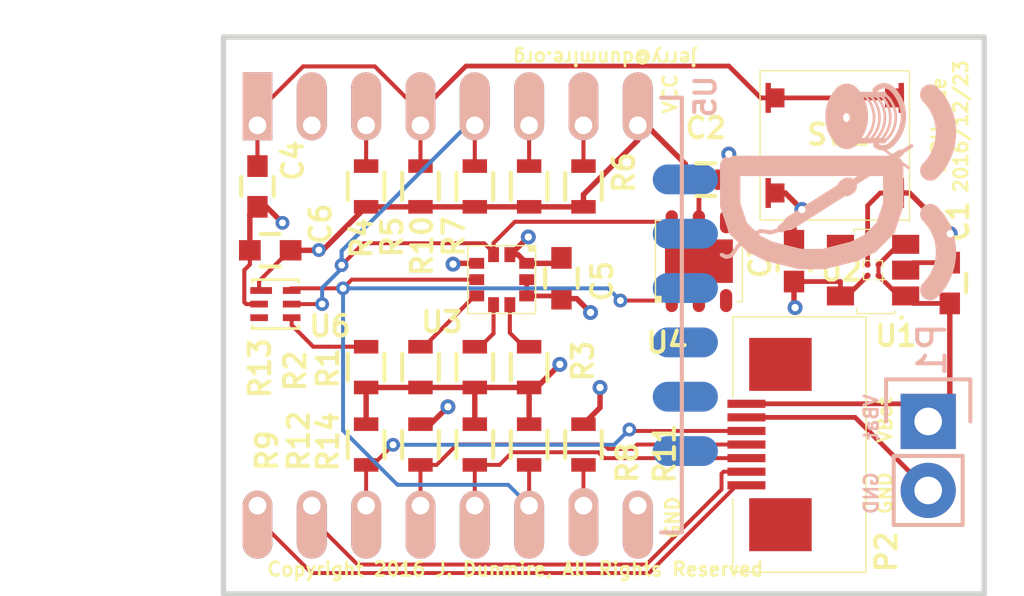
<source format=kicad_pcb>
(kicad_pcb (version 20221018) (generator pcbnew)
  (layers (0 "F.Cu" signal) (1 "In1.Cu" power "In1.Cu.GND") (2 "In2.Cu" power "In2.Cu.VCC") (31 "B.Cu" signal) (34 "B.Paste" user) (35 "F.Paste" user) (36 "B.SilkS" user "B.Silkscreen") (37 "F.SilkS" user "F.Silkscreen") (38 "B.Mask" user) (39 "F.Mask" user) (44 "Edge.Cuts" user))
  (net 0 "")
  (net 1 "GND")
  (net 2 "VCC")
  (net 3 "Net-(C4-Pad1)")
  (net 4 "/PGM")
  (net 5 "/RXD")
  (net 6 "/TXD")
  (net 7 "Net-(R1-Pad2)")
  (net 8 "Net-(R2-Pad2)")
  (net 9 "Net-(R3-Pad2)")
  (net 10 "Net-(R4-Pad2)")
  (net 11 "Net-(R6-Pad1)")
  (net 12 "Net-(R7-Pad1)")
  (net 13 "/I2C_SDA")
  (net 14 "/I2C_SCL")
  (net 15 "Net-(R11-Pad1)")
  (net 16 "Net-(R13-Pad2)")
  (net 17 "Net-(U1-Pad4)")
  (net 18 "Net-(U5-Pad2)")
  (net 19 "Net-(U5-Pad17)")
  (net 20 "Net-(U5-Pad18)")
  (net 21 "Net-(U5-Pad19)")
  (net 22 "Net-(U5-Pad20)")
  (net 23 "Net-(U5-Pad21)")
  (net 24 "Net-(U5-Pad22)")
  (net 25 "Net-(U6-Pad3)")
  (net 26 "/VBat")
  (net 27 "/CTRL")
  (net 28 "/CHRG")
  (footprint "Capacitors_SMD:C_0603" (layer "F.Cu") (at 157.235 89.555 90)
    (fp_text reference "C1" (at 2.265 0.305 90) (layer "F.SilkS") (effects (font (size 0.75 0.75))))
    (fp_text value "1 uF")
    (pad "1" smd rect (at -0.75 0 90) (size 0.8 0.75) (layers "F.Cu" "F.Paste" "F.Mask") (net 26 "/VBat"))
    (pad "2" smd rect (at 0.75 0 90) (size 0.8 0.75) (layers "F.Cu" "F.Paste" "F.Mask") (net 1 "GND"))
  )
  (footprint "Capacitors_SMD:C_0603" (layer "F.Cu") (at 148.25 85.75)
    (fp_text reference "C2" (at 0 -1.9) (layer "F.SilkS") (effects (font (size 0.75 0.75))))
    (fp_text value "0.1 uF")
    (pad "1" smd rect (at -0.75 0) (size 0.8 0.75) (layers "F.Cu" "F.Paste" "F.Mask") (net 2 "VCC"))
    (pad "2" smd rect (at 0.75 0) (size 0.8 0.75) (layers "F.Cu" "F.Paste" "F.Mask") (net 1 "GND"))
  )
  (footprint "Capacitors_SMD:C_0603" (layer "F.Cu") (at 151.5 88.75 90)
    (fp_text reference "C3" (at 0.115 -1.245 90) (layer "F.SilkS") (effects (font (size 0.75 0.75))))
    (fp_text value "1 uF")
    (pad "1" smd rect (at -0.75 0 90) (size 0.8 0.75) (layers "F.Cu" "F.Paste" "F.Mask") (net 2 "VCC"))
    (pad "2" smd rect (at 0.75 0 90) (size 0.8 0.75) (layers "F.Cu" "F.Paste" "F.Mask") (net 1 "GND"))
  )
  (footprint "Capacitors_SMD:C_0603" (layer "F.Cu") (at 131.75 86 -90)
    (fp_text reference "C4" (at -0.95 -1.3 270) (layer "F.SilkS") (effects (font (size 0.75 0.75))))
    (fp_text value "0.1 uF")
    (pad "1" smd rect (at -0.75 0 270) (size 0.8 0.75) (layers "F.Cu" "F.Paste" "F.Mask") (net 3 "Net-(C4-Pad1)"))
    (pad "2" smd rect (at 0.75 0 270) (size 0.8 0.75) (layers "F.Cu" "F.Paste" "F.Mask") (net 1 "GND"))
  )
  (footprint "Capacitors_SMD:C_0603" (layer "F.Cu") (at 142.94 89.38 -90)
    (fp_text reference "C5" (at 0.11 -1.5 270) (layer "F.SilkS") (effects (font (size 0.75 0.75))))
    (fp_text value "0.1 uF")
    (pad "1" smd rect (at -0.75 0 270) (size 0.8 0.75) (layers "F.Cu" "F.Paste" "F.Mask") (net 2 "VCC"))
    (pad "2" smd rect (at 0.75 0 270) (size 0.8 0.75) (layers "F.Cu" "F.Paste" "F.Mask") (net 1 "GND"))
  )
  (footprint "Capacitors_SMD:C_0603" (layer "F.Cu") (at 132.22 88.35 180)
    (fp_text reference "C6" (at -1.85 0.97 270) (layer "F.SilkS") (effects (font (size 0.75 0.75))))
    (fp_text value "0.1 uF")
    (pad "1" smd rect (at -0.75 0 180) (size 0.8 0.75) (layers "F.Cu" "F.Paste" "F.Mask") (net 2 "VCC"))
    (pad "2" smd rect (at 0.75 0 180) (size 0.8 0.75) (layers "F.Cu" "F.Paste" "F.Mask") (net 1 "GND"))
  )
  (footprint "Resistors_SMD:R_0603" (layer "F.Cu") (at 139.75 92.65 90)
    (fp_text reference "R1" (at -0.04 -5.41 90) (layer "F.SilkS") (effects (font (size 0.75 0.75))))
    (fp_text value "4.7k")
    (pad "1" smd rect (at -0.75 0 90) (size 0.5 0.9) (layers "F.Cu" "F.Paste" "F.Mask") (net 2 "VCC"))
    (pad "2" smd rect (at 0.75 0 90) (size 0.5 0.9) (layers "F.Cu" "F.Paste" "F.Mask") (net 7 "Net-(R1-Pad2)"))
  )
  (footprint "Resistors_SMD:R_0603" (layer "F.Cu") (at 137.75 92.65 90)
    (fp_text reference "R2" (at -0.14 -4.61 90) (layer "F.SilkS") (effects (font (size 0.75 0.75))))
    (fp_text value "4.7k")
    (pad "1" smd rect (at -0.75 0 90) (size 0.5 0.9) (layers "F.Cu" "F.Paste" "F.Mask") (net 2 "VCC"))
    (pad "2" smd rect (at 0.75 0 90) (size 0.5 0.9) (layers "F.Cu" "F.Paste" "F.Mask") (net 8 "Net-(R2-Pad2)"))
  )
  (footprint "Resistors_SMD:R_0603" (layer "F.Cu") (at 141.75 92.65 90)
    (fp_text reference "R3" (at 0.22 1.98 90) (layer "F.SilkS") (effects (font (size 0.75 0.75))))
    (fp_text value "4.7k")
    (pad "1" smd rect (at -0.75 0 90) (size 0.5 0.9) (layers "F.Cu" "F.Paste" "F.Mask") (net 2 "VCC"))
    (pad "2" smd rect (at 0.75 0 90) (size 0.5 0.9) (layers "F.Cu" "F.Paste" "F.Mask") (net 9 "Net-(R3-Pad2)"))
  )
  (footprint "Resistors_SMD:R_0603" (layer "F.Cu") (at 135.75 86 90)
    (fp_text reference "R4" (at -1.9 -0.17 90) (layer "F.SilkS") (effects (font (size 0.75 0.75))))
    (fp_text value "4.7k")
    (pad "1" smd rect (at -0.75 0 90) (size 0.5 0.9) (layers "F.Cu" "F.Paste" "F.Mask") (net 2 "VCC"))
    (pad "2" smd rect (at 0.75 0 90) (size 0.5 0.9) (layers "F.Cu" "F.Paste" "F.Mask") (net 10 "Net-(R4-Pad2)"))
  )
  (footprint "Resistors_SMD:R_0603" (layer "F.Cu") (at 137.75 86 90)
    (fp_text reference "R5" (at -1.86 -1.04 90) (layer "F.SilkS") (effects (font (size 0.75 0.75))))
    (fp_text value "10k")
    (pad "1" smd rect (at -0.75 0 90) (size 0.5 0.9) (layers "F.Cu" "F.Paste" "F.Mask") (net 2 "VCC"))
    (pad "2" smd rect (at 0.75 0 90) (size 0.5 0.9) (layers "F.Cu" "F.Paste" "F.Mask") (net 3 "Net-(C4-Pad1)"))
  )
  (footprint "Resistors_SMD:R_0603" (layer "F.Cu") (at 143.75 86 -90)
    (fp_text reference "R6" (at -0.51 -1.49 270) (layer "F.SilkS") (effects (font (size 0.75 0.75))))
    (fp_text value "10k")
    (pad "1" smd rect (at -0.75 0 270) (size 0.5 0.9) (layers "F.Cu" "F.Paste" "F.Mask") (net 11 "Net-(R6-Pad1)"))
    (pad "2" smd rect (at 0.75 0 270) (size 0.5 0.9) (layers "F.Cu" "F.Paste" "F.Mask") (net 2 "VCC"))
  )
  (footprint "Resistors_SMD:R_0603" (layer "F.Cu") (at 141.75 86 -90)
    (fp_text reference "R7" (at 1.84 2.78 270) (layer "F.SilkS") (effects (font (size 0.75 0.75))))
    (fp_text value "10k")
    (pad "1" smd rect (at -0.75 0 270) (size 0.5 0.9) (layers "F.Cu" "F.Paste" "F.Mask") (net 12 "Net-(R7-Pad1)"))
    (pad "2" smd rect (at 0.75 0 270) (size 0.5 0.9) (layers "F.Cu" "F.Paste" "F.Mask") (net 2 "VCC"))
  )
  (footprint "Resistors_SMD:R_0603" (layer "F.Cu") (at 141.75 95.5 -90)
    (fp_text reference "R8" (at 0.67 -3.62 270) (layer "F.SilkS") (effects (font (size 0.75 0.75))))
    (fp_text value "4.7k")
    (pad "1" smd rect (at -0.75 0 270) (size 0.5 0.9) (layers "F.Cu" "F.Paste" "F.Mask") (net 2 "VCC"))
    (pad "2" smd rect (at 0.75 0 270) (size 0.5 0.9) (layers "F.Cu" "F.Paste" "F.Mask") (net 13 "/I2C_SDA"))
  )
  (footprint "Resistors_SMD:R_0603" (layer "F.Cu") (at 135.75 95.5 -90)
    (fp_text reference "R9" (at 0.22 3.65 270) (layer "F.SilkS") (effects (font (size 0.75 0.75))))
    (fp_text value "10k")
    (pad "1" smd rect (at -0.75 0 270) (size 0.5 0.9) (layers "F.Cu" "F.Paste" "F.Mask") (net 2 "VCC"))
    (pad "2" smd rect (at 0.75 0 270) (size 0.5 0.9) (layers "F.Cu" "F.Paste" "F.Mask") (net 28 "/CHRG"))
  )
  (footprint "Resistors_SMD:R_0603" (layer "F.Cu") (at 139.75 86 90)
    (fp_text reference "R10" (at -2.19 -1.94 90) (layer "F.SilkS") (effects (font (size 0.75 0.75))))
    (fp_text value "4.7k")
    (pad "1" smd rect (at -0.75 0 90) (size 0.5 0.9) (layers "F.Cu" "F.Paste" "F.Mask") (net 2 "VCC"))
    (pad "2" smd rect (at 0.75 0 90) (size 0.5 0.9) (layers "F.Cu" "F.Paste" "F.Mask") (net 14 "/I2C_SCL"))
  )
  (footprint "Resistors_SMD:R_0603" (layer "F.Cu") (at 143.75 95.5 90)
    (fp_text reference "R11" (at -0.33 2.99 90) (layer "F.SilkS") (effects (font (size 0.75 0.75))))
    (fp_text value "4.7k")
    (pad "1" smd rect (at -0.75 0 90) (size 0.5 0.9) (layers "F.Cu" "F.Paste" "F.Mask") (net 15 "Net-(R11-Pad1)"))
    (pad "2" smd rect (at 0.75 0 90) (size 0.5 0.9) (layers "F.Cu" "F.Paste" "F.Mask") (net 1 "GND"))
  )
  (footprint "Resistors_SMD:R_0603" (layer "F.Cu") (at 137.75 95.5 90)
    (fp_text reference "R12" (at 0.13 -4.48 90) (layer "F.SilkS") (effects (font (size 0.75 0.75))))
    (fp_text value "10k")
    (pad "1" smd rect (at -0.75 0 90) (size 0.5 0.9) (layers "F.Cu" "F.Paste" "F.Mask") (net 27 "/CTRL"))
    (pad "2" smd rect (at 0.75 0 90) (size 0.5 0.9) (layers "F.Cu" "F.Paste" "F.Mask") (net 1 "GND"))
  )
  (footprint "Resistors_SMD:R_0603" (layer "F.Cu") (at 135.75 92.65 90)
    (fp_text reference "R13" (at -0.04 -3.91 90) (layer "F.SilkS") (effects (font (size 0.75 0.75))))
    (fp_text value "4.7k")
    (pad "1" smd rect (at -0.75 0 90) (size 0.5 0.9) (layers "F.Cu" "F.Paste" "F.Mask") (net 2 "VCC"))
    (pad "2" smd rect (at 0.75 0 90) (size 0.5 0.9) (layers "F.Cu" "F.Paste" "F.Mask") (net 16 "Net-(R13-Pad2)"))
  )
  (footprint "Resistors_SMD:R_0603" (layer "F.Cu") (at 139.75 95.5 -90)
    (fp_text reference "R14" (at -0.11 5.41 270) (layer "F.SilkS") (effects (font (size 0.75 0.75))))
    (fp_text value "4.7k")
    (pad "1" smd rect (at -0.75 0 270) (size 0.5 0.9) (layers "F.Cu" "F.Paste" "F.Mask") (net 2 "VCC"))
    (pad "2" smd rect (at 0.75 0 270) (size 0.5 0.9) (layers "F.Cu" "F.Paste" "F.Mask") (net 4 "/PGM"))
  )
  (footprint "rockingdlabs:ESwitch-SMD-4" (layer "F.Cu") (at 153 84.49 180)
    (fp_text reference "SW1" (at -0.14 0.4 180) (layer "F.SilkS") (effects (font (size 0.75 0.75))))
    (fp_text value "Reset")
    (pad "1" smd rect (at -2.45 -1.75 180) (size 0.2 1.1) (layers "F.Cu" "F.Paste" "F.Mask") (net 1 "GND"))
    (pad "1" smd rect (at -2.2 -1.75 180) (size 0.7 0.7) (layers "F.Cu" "F.Paste" "F.Mask") (net 1 "GND"))
    (pad "1" smd rect (at 2.2 -1.75 180) (size 0.7 0.7) (layers "F.Cu" "F.Paste" "F.Mask") (net 1 "GND"))
    (pad "1" smd rect (at 2.45 -1.75 180) (size 0.2 1.1) (layers "F.Cu" "F.Paste" "F.Mask") (net 1 "GND"))
    (pad "2" smd rect (at -2.45 1.75 180) (size 0.2 1.1) (layers "F.Cu" "F.Paste" "F.Mask") (net 3 "Net-(C4-Pad1)"))
    (pad "2" smd rect (at -2.2 1.75 180) (size 0.7 0.7) (layers "F.Cu" "F.Paste" "F.Mask") (net 3 "Net-(C4-Pad1)"))
    (pad "2" smd rect (at 2.2 1.75 180) (size 0.7 0.7) (layers "F.Cu" "F.Paste" "F.Mask") (net 3 "Net-(C4-Pad1)"))
    (pad "2" smd rect (at 2.45 1.75 180) (size 0.2 1.1) (layers "F.Cu" "F.Paste" "F.Mask") (net 3 "Net-(C4-Pad1)"))
  )
  (footprint "rockingdlabs:NCP703-TSOP-5" (layer "F.Cu") (at 154.41 89.08 -90)
    (fp_text reference "U1" (at 2.42 -0.84) (layer "F.SilkS") (effects (font (size 0.75 0.75))))
    (fp_text value "NCP703")
    (pad "1" smd rect (at 0.95 -1.2 270) (size 0.7 1) (layers "F.Cu" "F.Paste" "F.Mask") (net 26 "/VBat"))
    (pad "2" smd rect (at 0 -1.2 270) (size 0.7 1) (layers "F.Cu" "F.Paste" "F.Mask") (net 1 "GND"))
    (pad "3" smd rect (at -0.95 -1.2 270) (size 0.7 1) (layers "F.Cu" "F.Paste" "F.Mask") (net 26 "/VBat"))
    (pad "4" smd rect (at -0.95 1.2 270) (size 0.7 1) (layers "F.Cu" "F.Paste" "F.Mask") (net 17 "Net-(U1-Pad4)"))
    (pad "5" smd rect (at 0.95 1.2 270) (size 0.7 1) (layers "F.Cu" "F.Paste" "F.Mask") (net 2 "VCC"))
  )
  (footprint "rockingdlabs:LD39130S-FlipChip-4" (layer "F.Cu") (at 154.41 89.08 180)
    (fp_text reference "U2" (at 1.17 -0.01 180) (layer "F.SilkS") (effects (font (size 0.75 0.75))))
    (fp_text value "LD39130S")
    (pad "A1" smd circle (at -0.2 -0.2 180) (size 0.22 0.22) (layers "F.Cu" "F.Paste" "F.Mask") (net 26 "/VBat"))
    (pad "A2" smd circle (at 0.2 -0.2 180) (size 0.22 0.22) (layers "F.Cu" "F.Paste" "F.Mask") (net 2 "VCC"))
    (pad "B1" smd circle (at -0.2 0.2 180) (size 0.22 0.22) (layers "F.Cu" "F.Paste" "F.Mask") (net 26 "/VBat"))
    (pad "B2" smd circle (at 0.2 0.2 180) (size 0.22 0.22) (layers "F.Cu" "F.Paste" "F.Mask") (net 1 "GND"))
  )
  (footprint "rockingdlabs:LPS25HB-HLGA-10L-2.5x2.5mm" (layer "F.Cu") (at 140.74 89.43 -90)
    (fp_text reference "U3" (at 1.56 2.2) (layer "F.SilkS") (effects (font (size 0.75 0.75))))
    (fp_text value "LPS25HB")
    (pad "1" smd rect (at -0.92 -0.3 270) (size 0.55 0.4) (layers "F.Cu" "F.Paste" "F.Mask") (net 2 "VCC"))
    (pad "2" smd rect (at -0.92 0.3 270) (size 0.55 0.4) (layers "F.Cu" "F.Paste" "F.Mask") (net 14 "/I2C_SCL"))
    (pad "3" smd rect (at -0.6 0.92 270) (size 0.4 0.55) (layers "F.Cu" "F.Paste" "F.Mask") (net 1 "GND"))
    (pad "4" smd rect (at 0 0.92 270) (size 0.4 0.55) (layers "F.Cu" "F.Paste" "F.Mask") (net 13 "/I2C_SDA"))
    (pad "5" smd rect (at 0.6 0.92 270) (size 0.4 0.55) (layers "F.Cu" "F.Paste" "F.Mask") (net 8 "Net-(R2-Pad2)"))
    (pad "6" smd rect (at 0.92 0.3 270) (size 0.55 0.4) (layers "F.Cu" "F.Paste" "F.Mask") (net 7 "Net-(R1-Pad2)"))
    (pad "7" smd rect (at 0.92 -0.3 270) (size 0.55 0.4) (layers "F.Cu" "F.Paste" "F.Mask") (net 9 "Net-(R3-Pad2)"))
    (pad "8" smd rect (at 0.6 -0.92 270) (size 0.4 0.55) (layers "F.Cu" "F.Paste" "F.Mask") (net 1 "GND"))
    (pad "9" smd rect (at 0 -0.92 270) (size 0.4 0.55) (layers "F.Cu" "F.Paste" "F.Mask") (net 1 "GND"))
    (pad "10" smd rect (at -0.6 -0.92 270) (size 0.4 0.55) (layers "F.Cu" "F.Paste" "F.Mask") (net 2 "VCC"))
  )
  (footprint "rockingdlabs:Si7006_A20-DFN-6" (layer "F.Cu") (at 148 88.75 90)
    (fp_text reference "U4" (at -3 -1.17 180) (layer "F.SilkS") (effects (font (size 0.75 0.75))))
    (fp_text value "Si7006-A20")
    (pad "" smd rect (at 0 0 90) (size 1.6 2.5) (layers "F.Cu" "F.Paste" "F.Mask"))
    (pad "1" smd oval (at -1.45 -1 90) (size 0.85 0.45) (layers "F.Cu" "F.Paste" "F.Mask") (net 13 "/I2C_SDA"))
    (pad "2" smd oval (at -1.45 0 90) (size 0.85 0.45) (layers "F.Cu" "F.Paste" "F.Mask"))
    (pad "3" smd oval (at -1.45 1 90) (size 0.85 0.45) (layers "F.Cu" "F.Paste" "F.Mask"))
    (pad "4" smd oval (at 1.45 1 90) (size 0.85 0.45) (layers "F.Cu" "F.Paste" "F.Mask") (net 1 "GND"))
    (pad "5" smd oval (at 1.45 0 90) (size 0.85 0.45) (layers "F.Cu" "F.Paste" "F.Mask") (net 2 "VCC"))
    (pad "6" smd oval (at 1.45 -1 90) (size 0.85 0.45) (layers "F.Cu" "F.Paste" "F.Mask") (net 14 "/I2C_SCL"))
  )
  (footprint "rockingdlabs:ISL29035-DFN-6-1.5x1.6mm_Pitch0.5mm" (layer "F.Cu") (at 132.41 90.33)
    (fp_text reference "U6" (at 2.01 0.81) (layer "F.SilkS") (effects (font (size 0.75 0.75))))
    (fp_text value "ISL29035")
    (pad "1" smd rect (at -0.6 -0.5) (size 0.8 0.25) (drill (offset 0.075 0)) (layers "F.Cu" "F.Paste" "F.Mask") (net 2 "VCC"))
    (pad "2" smd rect (at -0.6 0) (size 0.65 0.25) (layers "F.Cu" "F.Paste" "F.Mask") (net 1 "GND"))
    (pad "3" smd rect (at -0.6 0.5) (size 0.65 0.25) (layers "F.Cu" "F.Paste" "F.Mask") (net 25 "Net-(U6-Pad3)"))
    (pad "4" smd rect (at 0.6 0.5) (size 0.65 0.25) (layers "F.Cu" "F.Paste" "F.Mask") (net 16 "Net-(R13-Pad2)"))
    (pad "5" smd rect (at 0.6 0) (size 0.65 0.25) (layers "F.Cu" "F.Paste" "F.Mask") (net 14 "/I2C_SCL"))
    (pad "6" smd rect (at 0.6 -0.5) (size 0.65 0.25) (layers "F.Cu" "F.Paste" "F.Mask") (net 13 "/I2C_SDA"))
  )
  (footprint "rockingdlabs:FPC_conn-7_8x4.9mm_Pitch0.5mm" (layer "F.Cu") (at 151.5 95.5 90)
    (fp_text reference "P2" (at -3.95 3.4 90) (layer "F.SilkS") (effects (font (size 0.75 0.75))))
    (fp_text value "CONN_01X07")
    (pad "" smd rect (at -2.95 -0.5 90) (size 1.95 2.3) (layers "F.Cu" "F.Paste" "F.Mask"))
    (pad "" smd rect (at 2.95 -0.5 90) (size 1.95 2.3) (layers "F.Cu" "F.Paste" "F.Mask"))
    (pad "1" smd rect (at -1.5 -1.75 90) (size 0.3 1.4) (layers "F.Cu" "F.Paste" "F.Mask") (net 6 "/TXD"))
    (pad "2" smd rect (at -1 -1.75 90) (size 0.3 1.4) (layers "F.Cu" "F.Paste" "F.Mask") (net 5 "/RXD"))
    (pad "3" smd rect (at -0.5 -1.75 90) (size 0.3 1.4) (layers "F.Cu" "F.Paste" "F.Mask") (net 4 "/PGM"))
    (pad "4" smd rect (at 0 -1.75 90) (size 0.3 1.4) (layers "F.Cu" "F.Paste" "F.Mask") (net 27 "/CTRL"))
    (pad "5" smd rect (at 0.5 -1.75 90) (size 0.3 1.4) (layers "F.Cu" "F.Paste" "F.Mask") (net 28 "/CHRG"))
    (pad "6" smd rect (at 1 -1.75 90) (size 0.3 1.4) (layers "F.Cu" "F.Paste" "F.Mask") (net 1 "GND"))
    (pad "7" smd rect (at 1.5 -1.75 90) (size 0.3 1.4) (layers "F.Cu" "F.Paste" "F.Mask") (net 26 "/VBat"))
  )
  (footprint "Pin_Headers:Pin_Header_Straight_1x02" (layer "B.Cu") (at 156.44 94.65 180)
    (fp_text reference "P1" (at -0.14 2.64 270) (layer "B.SilkS") (effects (justify mirror)))
    (fp_text value "Bat")
    (pad "1" thru_hole rect (at 0 0 180) (size 2.032 2.032) (drill 1.016) (layers "*.Cu" "*.Mask") (net 26 "/VBat"))
    (pad "2" thru_hole oval (at 0 -2.54 180) (size 2.032 2.032) (drill 1.016) (layers "*.Cu" "*.Mask") (net 1 "GND"))
  )
  (footprint "ESP8266:ESP-12E" (layer "B.Cu") (at 131.75 83.75 -90)
    (fp_text reference "U5" (at -1.06 -16.49 270) (layer "B.SilkS") (effects (font (size 0.75 0.75)) (justify mirror)))
    (fp_text value "ESP-12E")
    (pad "1" thru_hole rect (at 0 0 270) (size 2.5 1.1) (drill 0.65 (offset -0.7 0)) (layers "*.Cu" "*.Mask" "B.SilkS") (net 3 "Net-(C4-Pad1)"))
    (pad "2" thru_hole oval (at 0 -2 270) (size 2.5 1.1) (drill 0.65 (offset -0.7 0)) (layers "*.Cu" "*.Mask" "B.SilkS") (net 18 "Net-(U5-Pad2)"))
    (pad "3" thru_hole oval (at 0 -4 270) (size 2.5 1.1) (drill 0.65 (offset -0.7 0)) (layers "*.Cu" "*.Mask" "B.SilkS") (net 10 "Net-(R4-Pad2)"))
    (pad "4" thru_hole oval (at 0 -6 270) (size 2.5 1.1) (drill 0.65 (offset -0.7 0)) (layers "*.Cu" "*.Mask" "B.SilkS") (net 3 "Net-(C4-Pad1)"))
    (pad "5" thru_hole oval (at 0 -8 270) (size 2.5 1.1) (drill 0.65 (offset -0.7 0)) (layers "*.Cu" "*.Mask" "B.SilkS") (net 14 "/I2C_SCL"))
    (pad "6" thru_hole oval (at 0 -10 270) (size 2.5 1.1) (drill 0.65 (offset -0.7 0)) (layers "*.Cu" "*.Mask" "B.SilkS") (net 12 "Net-(R7-Pad1)"))
    (pad "7" thru_hole oval (at 0 -12 270) (size 2.5 1.1) (drill 0.65 (offset -0.7 0)) (layers "*.Cu" "*.Mask" "B.SilkS") (net 11 "Net-(R6-Pad1)"))
    (pad "8" thru_hole oval (at 0 -14 270) (size 2.5 1.1) (drill 0.65 (offset -0.7 0)) (layers "*.Cu" "*.Mask" "B.SilkS") (net 2 "VCC"))
    (pad "9" thru_hole oval (at 14 -14 270) (size 2.5 1.1) (drill 0.65 (offset 0.7 0)) (layers "*.Cu" "*.Mask" "B.SilkS") (net 1 "GND"))
    (pad "10" thru_hole oval (at 14 -12 270) (size 2.5 1.1) (drill 0.65 (offset 0.6 0)) (layers "*.Cu" "*.Mask" "B.SilkS") (net 15 "Net-(R11-Pad1)"))
    (pad "11" thru_hole oval (at 14 -10 270) (size 2.5 1.1) (drill 0.65 (offset 0.7 0)) (layers "*.Cu" "*.Mask" "B.SilkS") (net 13 "/I2C_SDA"))
    (pad "12" thru_hole oval (at 14 -8 270) (size 2.5 1.1) (drill 0.65 (offset 0.7 0)) (layers "*.Cu" "*.Mask" "B.SilkS") (net 4 "/PGM"))
    (pad "13" thru_hole oval (at 14 -6 270) (size 2.5 1.1) (drill 0.65 (offset 0.7 0)) (layers "*.Cu" "*.Mask" "B.SilkS") (net 27 "/CTRL"))
    (pad "14" thru_hole oval (at 14 -4 270) (size 2.5 1.1) (drill 0.65 (offset 0.7 0)) (layers "*.Cu" "*.Mask" "B.SilkS") (net 28 "/CHRG"))
    (pad "15" thru_hole oval (at 14 -2 270) (size 2.5 1.1) (drill 0.65 (offset 0.7 0)) (layers "*.Cu" "*.Mask" "B.SilkS") (net 5 "/RXD"))
    (pad "16" thru_hole oval (at 14 0 270) (size 2.5 1.1) (drill 0.65 (offset 0.7 0)) (layers "*.Cu" "*.Mask" "B.SilkS") (net 6 "/TXD"))
    (pad "17" smd oval (at 1.99 -15.75 180) (size 2.4 1.1) (layers "B.Cu" "B.Paste" "B.Mask") (net 19 "Net-(U5-Pad17)"))
    (pad "18" smd oval (at 3.99 -15.75 180) (size 2.4 1.1) (layers "B.Cu" "B.Paste" "B.Mask") (net 20 "Net-(U5-Pad18)"))
    (pad "19" smd oval (at 5.99 -15.75 180) (size 2.4 1.1) (layers "B.Cu" "B.Paste" "B.Mask") (net 21 "Net-(U5-Pad19)"))
    (pad "20" smd oval (at 7.99 -15.75 180) (size 2.4 1.1) (layers "B.Cu" "B.Paste" "B.Mask") (net 22 "Net-(U5-Pad20)"))
    (pad "21" smd oval (at 9.99 -15.75 180) (size 2.4 1.1) (layers "B.Cu" "B.Paste" "B.Mask") (net 23 "Net-(U5-Pad21)"))
    (pad "22" smd oval (at 11.99 -15.75 180) (size 2.4 1.1) (layers "B.Cu" "B.Paste" "B.Mask") (net 24 "Net-(U5-Pad22)"))
  )
  (footprint "rockingDLogos:RockingDLogo_9x7" (layer "B.Cu") (at 157.44 86.19 -90)
    (fp_text reference "Ref**" hide)
    (fp_text value "RockingDLogo_9x7")
    (fp_text user "D" (at 0.625 5.025 270) (layer "B.SilkS") (effects (font (size 6 6) (thickness 0.75)) (justify mirror)))
  )
  (gr_line (start 158.5 101) (end 158.5 80.5) (stroke (width 0.2)) (layer "Edge.Cuts"))
  (gr_line (start 130.5 80.5) (end 130.5 101) (stroke (width 0.2)) (layer "Edge.Cuts"))
  (gr_line (start 130.5 101) (end 158.5 101) (stroke (width 0.2)) (layer "Edge.Cuts"))
  (gr_line (start 158.5 80.5) (end 130.5 80.5) (stroke (width 0.2)) (layer "Edge.Cuts"))
  (gr_text "VBat" (at 154.34 94.49 90) (layer "B.SilkS") (effects (font (size 0.5 0.5) (thickness 0.1)) (justify mirror)))
  (gr_text "GND" (at 154.34 97.29 90) (layer "B.SilkS") (effects (font (size 0.5 0.5) (thickness 0.1)) (justify mirror)))
  (gr_text "VCC" (at 146.94 82.59 90) (layer "F.SilkS") (effects (font (size 0.5 0.5) (thickness 0.1))))
  (gr_text "jerry@dunmire.org" (at 144.54 81.29 180) (layer "F.SilkS") (effects (font (size 0.5 0.5) (thickness 0.1))))
  (gr_text "GND" (at 154.85 97.29 90) (layer "F.SilkS") (effects (font (size 0.5 0.5) (thickness 0.1))))
  (gr_text "TLPHnode\n2016/12/23" (at 157.24 83.79 90) (layer "F.SilkS") (effects (font (size 0.5 0.5) (thickness 0.1))))
  (gr_text "Copyright 2016 J. Dunmire, All Rights Reserved" (at 141.24 100.09) (layer "F.SilkS") (effects (font (size 0.5 0.5) (thickness 0.1))))
  (gr_text "VBat" (at 154.85 94.59 90) (layer "F.SilkS") (effects (font (size 0.5 0.5) (thickness 0.1))))
  (gr_text "GND" (at 147.04 98.19 90) (layer "F.SilkS") (effects (font (size 0.5 0.5) (thickness 0.1))))
  (segment (start 138.12 94.75) (end 138.76 94.11) (width 0.2) (layer "F.Cu") (net 1))
  (segment (start 142.94 90.13) (end 143.5 90.13) (width 0.2) (layer "F.Cu") (net 1))
  (segment (start 157.235 88.805) (end 157.235 87.755) (width 0.2) (layer "F.Cu") (net 1))
  (segment (start 153.75 94.5) (end 156.44 97.19) (width 0.175) (layer "F.Cu") (net 1))
  (segment (start 149 84.91) (end 149.1 84.81) (width 0.2) (layer "F.Cu") (net 1))
  (segment (start 131.47 88.35) (end 131.47 88.875) (width 0.15) (layer "F.Cu") (net 1))
  (segment (start 138.98 88.83) (end 138.95 88.86) (width 0.2) (layer "F.Cu") (net 1))
  (segment (start 131.265219 90.260219) (end 131.335 90.33) (width 0.15) (layer "F.Cu") (net 1))
  (segment (start 144.36 94.14) (end 144.36 93.4) (width 0.2) (layer "F.Cu") (net 1))
  (segment (start 131.47 87.03) (end 131.75 86.75) (width 0.2) (layer "F.Cu") (net 1))
  (segment (start 155.885 88.805) (end 155.61 89.08) (width 0.175) (layer "F.Cu") (net 1))
  (segment (start 143.5 90.13) (end 144.01 90.64) (width 0.2) (layer "F.Cu") (net 1))
  (segment (start 157.235 88.805) (end 155.885 88.805) (width 0.175) (layer "F.Cu") (net 1))
  (segment (start 151.5 88) (end 151.5 87.14) (width 0.2) (layer "F.Cu") (net 1))
  (segment (start 150.8 86.24) (end 151.18 86.24) (width 0.2) (layer "F.Cu") (net 1))
  (segment (start 132.08 86.75) (end 132.67 87.34) (width 0.2) (layer "F.Cu") (net 1))
  (segment (start 151.18 86.24) (end 151.79 86.85) (width 0.2) (layer "F.Cu") (net 1))
  (segment (start 155.2 86.24) (end 155.75 86.24) (width 0.2) (layer "F.Cu") (net 1))
  (segment (start 154.21 88.88) (end 154.21 86.705) (width 0.175) (layer "F.Cu") (net 1))
  (segment (start 131.335 90.33) (end 131.81 90.33) (width 0.15) (layer "F.Cu") (net 1))
  (segment (start 131.265219 89.079781) (end 131.265219 90.260219) (width 0.15) (layer "F.Cu") (net 1))
  (segment (start 131.47 88.875) (end 131.265219 89.079781) (width 0.15) (layer "F.Cu") (net 1))
  (segment (start 141.66 90.03) (end 142.84 90.03) (width 0.175) (layer "F.Cu") (net 1))
  (segment (start 149 85.75) (end 149 84.91) (width 0.2) (layer "F.Cu") (net 1))
  (segment (start 139.82 88.83) (end 138.98 88.83) (width 0.2) (layer "F.Cu") (net 1))
  (segment (start 154.675 86.24) (end 155.2 86.24) (width 0.175) (layer "F.Cu") (net 1))
  (segment (start 141.66 89.43) (end 141.66 90.03) (width 0.175) (layer "F.Cu") (net 1))
  (segment (start 157.235 87.755) (end 157.25 87.74) (width 0.2) (layer "F.Cu") (net 1))
  (segment (start 155.75 86.24) (end 157.25 87.74) (width 0.2) (layer "F.Cu") (net 1))
  (segment (start 154.21 86.705) (end 154.675 86.24) (width 0.175) (layer "F.Cu") (net 1))
  (segment (start 151.5 87.14) (end 151.79 86.85) (width 0.2) (layer "F.Cu") (net 1))
  (segment (start 143.75 94.75) (end 144.36 94.14) (width 0.2) (layer "F.Cu") (net 1))
  (segment (start 149.75 94.5) (end 153.75 94.5) (width 0.175) (layer "F.Cu") (net 1))
  (segment (start 131.47 88.35) (end 131.47 87.03) (width 0.2) (layer "F.Cu") (net 1))
  (segment (start 149 87.3) (end 149 85.75) (width 0.175) (layer "F.Cu") (net 1))
  (segment (start 142.84 90.03) (end 142.94 90.13) (width 0.175) (layer "F.Cu") (net 1))
  (segment (start 137.75 94.75) (end 138.12 94.75) (width 0.2) (layer "F.Cu") (net 1))
  (segment (start 131.75 86.75) (end 132.08 86.75) (width 0.2) (layer "F.Cu") (net 1))
  (via (at 138.76 94.11) (size 0.55) (drill 0.27) (layers "F.Cu" "B.Cu") (net 1))
  (via (at 157.25 87.74) (size 0.55) (drill 0.27) (layers "F.Cu" "B.Cu") (net 1))
  (via (at 151.79 86.85) (size 0.55) (drill 0.27) (layers "F.Cu" "B.Cu") (net 1))
  (via (at 138.95 88.86) (size 0.55) (drill 0.27) (layers "F.Cu" "B.Cu") (net 1))
  (via (at 144.01 90.64) (size 0.55) (drill 0.27) (layers "F.Cu" "B.Cu") (net 1))
  (via (at 144.36 93.4) (size 0.55) (drill 0.27) (layers "F.Cu" "B.Cu") (net 1))
  (via (at 149.1 84.81) (size 0.55) (drill 0.27) (layers "F.Cu" "B.Cu") (net 1))
  (via (at 132.67 87.34) (size 0.508) (drill 0.254) (layers "F.Cu" "B.Cu") (net 1))
  (segment (start 141.66 88.83) (end 142.74 88.83) (width 0.2) (layer "F.Cu") (net 2))
  (segment (start 137.75 86.75) (end 138.4 86.75) (width 0.2) (layer "F.Cu") (net 2))
  (segment (start 139.75 93.4) (end 140.4 93.4) (width 0.2) (layer "F.Cu") (net 2))
  (segment (start 135.75 94.75) (end 135.75 93.4) (width 0.2) (layer "F.Cu") (net 2))
  (segment (start 131.81 89.485) (end 132.945 88.35) (width 0.15) (layer "F.Cu") (net 2))
  (segment (start 153.46 90.03) (end 154.21 89.28) (width 0.175) (layer "F.Cu") (net 2))
  (segment (start 131.81 89.83) (end 131.81 89.485) (width 0.15) (layer "F.Cu") (net 2))
  (segment (start 146.075 83.75) (end 145.75 83.75) (width 0.2) (layer "F.Cu") (net 2))
  (segment (start 137.75 93.4) (end 138.4 93.4) (width 0.2) (layer "F.Cu") (net 2))
  (segment (start 141.07 88.51) (end 141.72 87.86) (width 0.2) (layer "F.Cu") (net 2))
  (segment (start 147.5 85.75) (end 147.5 85.175) (width 0.2) (layer "F.Cu") (net 2))
  (segment (start 141.75 93.4) (end 141.75 94.75) (width 0.2) (layer "F.Cu") (net 2))
  (segment (start 135.75 86.75) (end 137.75 86.75) (width 0.2) (layer "F.Cu") (net 2))
  (segment (start 138.4 93.4) (end 139.75 93.4) (width 0.2) (layer "F.Cu") (net 2))
  (segment (start 139.75 86.75) (end 140.4 86.75) (width 0.2) (layer "F.Cu") (net 2))
  (segment (start 151.5 89.5) (end 151.5 90.42) (width 0.2) (layer "F.Cu") (net 2))
  (segment (start 134.160002 88.339998) (end 134.01 88.339998) (width 0.2) (layer "F.Cu") (net 2))
  (segment (start 145.75 83.75) (end 145.75 84.3) (width 0.2) (layer "F.Cu") (net 2))
  (segment (start 132.97 88.35) (end 133.999998 88.35) (width 0.2) (layer "F.Cu") (net 2))
  (segment (start 148 86.25) (end 147.5 85.75) (width 0.175) (layer "F.Cu") (net 2))
  (segment (start 142.03 93.4) (end 142.88 92.55) (width 0.2) (layer "F.Cu") (net 2))
  (segment (start 133.999998 88.35) (end 134.01 88.339998) (width 0.2) (layer "F.Cu") (net 2))
  (segment (start 142.4 86.75) (end 143.75 86.75) (width 0.2) (layer "F.Cu") (net 2))
  (segment (start 132.945 88.35) (end 132.97 88.35) (width 0.15) (layer "F.Cu") (net 2))
  (segment (start 141.34 88.51) (end 141.66 88.83) (width 0.2) (layer "F.Cu") (net 2))
  (segment (start 141.75 86.75) (end 142.4 86.75) (width 0.2) (layer "F.Cu") (net 2))
  (segment (start 145.75 84.3) (end 143.75 86.3) (width 0.2) (layer "F.Cu") (net 2))
  (segment (start 140.4 93.4) (end 141.75 93.4) (width 0.2) (layer "F.Cu") (net 2))
  (segment (start 153.205 89.5) (end 153.21 89.505) (width 0.175) (layer "F.Cu") (net 2))
  (segment (start 153.21 89.505) (end 153.21 90.03) (width 0.175) (layer "F.Cu") (net 2))
  (segment (start 151.5 90.42) (end 151.54 90.46) (width 0.2) (layer "F.Cu") (net 2))
  (segment (start 153.21 90.03) (end 153.46 90.03) (width 0.175) (layer "F.Cu") (net 2))
  (segment (start 139.75 93.4) (end 139.75 94.75) (width 0.2) (layer "F.Cu") (net 2))
  (segment (start 135.75 93.4) (end 137.75 93.4) (width 0.2) (layer "F.Cu") (net 2))
  (segment (start 143.75 86.3) (end 143.75 86.75) (width 0.2) (layer "F.Cu") (net 2))
  (segment (start 148 87.3) (end 148 86.25) (width 0.175) (layer "F.Cu") (net 2))
  (segment (start 147.5 85.175) (end 146.075 83.75) (width 0.2) (layer "F.Cu") (net 2))
  (segment (start 140.4 86.75) (end 141.75 86.75) (width 0.2) (layer "F.Cu") (net 2))
  (segment (start 135.75 86.75) (end 134.160002 88.339998) (width 0.2) (layer "F.Cu") (net 2))
  (segment (start 142.74 88.83) (end 142.94 88.63) (width 0.2) (layer "F.Cu") (net 2))
  (segment (start 141.04 88.51) (end 141.34 88.51) (width 0.2) (layer "F.Cu") (net 2))
  (segment (start 141.75 93.4) (end 142.03 93.4) (width 0.2) (layer "F.Cu") (net 2))
  (segment (start 151.5 89.5) (end 153.205 89.5) (width 0.175) (layer "F.Cu") (net 2))
  (segment (start 141.04 88.51) (end 141.07 88.51) (width 0.2) (layer "F.Cu") (net 2))
  (segment (start 138.4 86.75) (end 139.75 86.75) (width 0.2) (layer "F.Cu") (net 2))
  (via (at 134.01 88.339998) (size 0.508) (drill 0.254) (layers "F.Cu" "B.Cu") (net 2))
  (via (at 141.72 87.86) (size 0.55) (drill 0.27) (layers "F.Cu" "B.Cu") (net 2))
  (via (at 151.54 90.46) (size 0.55) (drill 0.27) (layers "F.Cu" "B.Cu") (net 2))
  (via (at 142.88 92.55) (size 0.55) (drill 0.27) (layers "F.Cu" "B.Cu") (net 2))
  (segment (start 131.75 83.261353) (end 133.431143 81.58021) (width 0.15) (layer "F.Cu") (net 3))
  (segment (start 139.425965 81.56771) (end 149.10271 81.56771) (width 0.175) (layer "F.Cu") (net 3))
  (segment (start 137.75 83.75) (end 137.75 83.243675) (width 0.175) (layer "F.Cu") (net 3))
  (segment (start 137.75 83.261353) (end 137.75 83.75) (width 0.15) (layer "F.Cu") (net 3))
  (segment (start 136.068857 81.58021) (end 137.75 83.261353) (width 0.15) (layer "F.Cu") (net 3))
  (segment (start 137.75 83.243675) (end 139.425965 81.56771) (width 0.175) (layer "F.Cu") (net 3))
  (segment (start 150.275 82.74) (end 150.8 82.74) (width 0.175) (layer "F.Cu") (net 3))
  (segment (start 131.75 83.75) (end 131.75 85.25) (width 0.15) (layer "F.Cu") (net 3))
  (segment (start 150.8 82.74) (end 155.2 82.74) (width 0.175) (layer "F.Cu") (net 3))
  (segment (start 131.75 83.75) (end 131.75 83.261353) (width 0.15) (layer "F.Cu") (net 3))
  (segment (start 137.75 83.75) (end 137.75 85.25) (width 0.15) (layer "F.Cu") (net 3))
  (segment (start 149.10271 81.56771) (end 150.275 82.74) (width 0.175) (layer "F.Cu") (net 3))
  (segment (start 133.431143 81.58021) (end 136.068857 81.58021) (width 0.15) (layer "F.Cu") (net 3))
  (segment (start 140.659092 96.25) (end 141.126263 95.782829) (width 0.14478) (layer "F.Cu") (net 4))
  (segment (start 141.126263 95.782829) (end 144.295978 95.782829) (width 0.14478) (layer "F.Cu") (net 4))
  (segment (start 139.75 97.75) (end 139.75 96.25) (width 0.14478) (layer "F.Cu") (net 4))
  (segment (start 144.295978 95.782829) (end 144.513149 96) (width 0.14478) (layer "F.Cu") (net 4))
  (segment (start 144.513149 96) (end 149.75 96) (width 0.14478) (layer "F.Cu") (net 4))
  (segment (start 139.75 96.25) (end 140.659092 96.25) (width 0.14478) (layer "F.Cu") (net 4))
  (segment (start 148.832829 97.152127) (end 148.832829 96.572391) (width 0.14478) (layer "F.Cu") (net 5))
  (segment (start 133.75 97.75) (end 133.75 98.234956) (width 0.14478) (layer "F.Cu") (net 5))
  (segment (start 135.432224 99.91718) (end 146.067776 99.91718) (width 0.14478) (layer "F.Cu") (net 5))
  (segment (start 148.90522 96.5) (end 149.75 96.5) (width 0.14478) (layer "F.Cu") (net 5))
  (segment (start 148.832829 96.572391) (end 148.90522 96.5) (width 0.14478) (layer "F.Cu") (net 5))
  (segment (start 133.75 98.234956) (end 135.432224 99.91718) (width 0.14478) (layer "F.Cu") (net 5))
  (segment (start 146.067776 99.91718) (end 148.832829 97.152127) (width 0.14478) (layer "F.Cu") (net 5))
  (segment (start 131.75 97.75) (end 131.75 98.234956) (width 0.14478) (layer "F.Cu") (net 6))
  (segment (start 146.164471 100.23) (end 149.394471 97) (width 0.14478) (layer "F.Cu") (net 6))
  (segment (start 133.745044 100.23) (end 146.164471 100.23) (width 0.14478) (layer "F.Cu") (net 6))
  (segment (start 131.75 98.234956) (end 133.745044 100.23) (width 0.14478) (layer "F.Cu") (net 6))
  (segment (start 149.394471 97) (end 149.75 97) (width 0.14478) (layer "F.Cu") (net 6))
  (segment (start 140.44 90.35) (end 140.44 91.41) (width 0.15) (layer "F.Cu") (net 7))
  (segment (start 139.95 91.9) (end 139.75 91.9) (width 0.15) (layer "F.Cu") (net 7))
  (segment (start 140.44 91.41) (end 139.95 91.9) (width 0.15) (layer "F.Cu") (net 7))
  (segment (start 139.745 90.03) (end 137.875 91.9) (width 0.15) (layer "F.Cu") (net 8))
  (segment (start 139.82 90.03) (end 139.745 90.03) (width 0.15) (layer "F.Cu") (net 8))
  (segment (start 137.875 91.9) (end 137.75 91.9) (width 0.15) (layer "F.Cu") (net 8))
  (segment (start 141.55 91.9) (end 141.75 91.9) (width 0.15) (layer "F.Cu") (net 9))
  (segment (start 141.04 90.35) (end 141.04 91.39) (width 0.15) (layer "F.Cu") (net 9))
  (segment (start 141.04 91.39) (end 141.55 91.9) (width 0.15) (layer "F.Cu") (net 9))
  (segment (start 135.75 83.75) (end 135.75 85.25) (width 0.15) (layer "F.Cu") (net 10))
  (segment (start 143.75 83.75) (end 143.75 85.25) (width 0.15) (layer "F.Cu") (net 11))
  (segment (start 141.75 83.75) (end 141.75 85.25) (width 0.15) (layer "F.Cu") (net 12))
  (segment (start 134.9 89.75) (end 132.97 89.75) (width 0.14478) (layer "F.Cu") (net 13))
  (segment (start 145.11 90.2) (end 145.46921 90.2) (width 0.14478) (layer "F.Cu") (net 13))
  (segment (start 141.75 97.75) (end 141.75 96.25) (width 0.14478) (layer "F.Cu") (net 13))
  (segment (start 135.22 89.43) (end 139.82 89.43) (width 0.14478) (layer "F.Cu") (net 13))
  (segment (start 145.46921 90.2) (end 147 90.2) (width 0.14478) (layer "F.Cu") (net 13))
  (segment (start 134.9 89.75) (end 135.22 89.43) (width 0.14478) (layer "F.Cu") (net 13))
  (via (at 145.11 90.2) (size 0.508) (drill 0.254) (layers "F.Cu" "B.Cu") (net 13))
  (via (at 134.9 89.75) (size 0.508) (drill 0.254) (layers "F.Cu" "B.Cu") (net 13))
  (segment (start 141.75 97.75) (end 140.98282 96.98282) (width 0.14478) (layer "B.Cu") (net 13))
  (segment (start 140.98282 96.98282) (end 136.90282 96.98282) (width 0.14478) (layer "B.Cu") (net 13))
  (segment (start 136.90282 96.98282) (end 134.9 94.98) (width 0.14478) (layer "B.Cu") (net 13))
  (segment (start 144.66 89.75) (end 145.11 90.2) (width 0.14478) (layer "B.Cu") (net 13))
  (segment (start 134.9 89.75) (end 144.66 89.75) (width 0.14478) (layer "B.Cu") (net 13))
  (segment (start 134.9 94.98) (end 134.9 89.75) (width 0.14478) (layer "B.Cu") (net 13))
  (segment (start 146.625 87.3) (end 147 87.3) (width 0.15) (layer "F.Cu") (net 14))
  (segment (start 140.44 88.51) (end 140.44 88.085) (width 0.15) (layer "F.Cu") (net 14))
  (segment (start 133.01 90.33) (end 134.13 90.33) (width 0.14478) (layer "F.Cu") (net 14))
  (segment (start 140.44 88.51) (end 140.44 88.435) (width 0.14478) (layer "F.Cu") (net 14))
  (segment (start 135.654801 88.09022) (end 134.847554 88.897467) (width 0.14478) (layer "F.Cu") (net 14))
  (segment (start 139.75 83.75) (end 139.75 85.25) (width 0.15) (layer "F.Cu") (net 14))
  (segment (start 141.225 87.3) (end 146.625 87.3) (width 0.15) (layer "F.Cu") (net 14))
  (segment (start 140.44 88.085) (end 141.225 87.3) (width 0.15) (layer "F.Cu") (net 14))
  (segment (start 140.09522 88.09022) (end 135.654801 88.09022) (width 0.14478) (layer "F.Cu") (net 14))
  (segment (start 140.44 88.435) (end 140.09522 88.09022) (width 0.14478) (layer "F.Cu") (net 14))
  (via (at 134.13 90.33) (size 0.508) (drill 0.254) (layers "F.Cu" "B.Cu") (net 14))
  (via (at 134.847554 88.897467) (size 0.508) (drill 0.254) (layers "F.Cu" "B.Cu") (net 14))
  (segment (start 134.847554 89.01978) (end 134.847554 88.897467) (width 0.14478) (layer "B.Cu") (net 14))
  (segment (start 139.47 83.75) (end 134.847554 88.372446) (width 0.15) (layer "B.Cu") (net 14))
  (segment (start 134.13 90.33) (end 134.13 89.737334) (width 0.14478) (layer "B.Cu") (net 14))
  (segment (start 134.13 89.737334) (end 134.847554 89.01978) (width 0.14478) (layer "B.Cu") (net 14))
  (segment (start 139.75 83.75) (end 139.47 83.75) (width 0.15) (layer "B.Cu") (net 14))
  (segment (start 134.847554 88.372446) (end 134.847554 88.897467) (width 0.15) (layer "B.Cu") (net 14))
  (segment (start 143.75 97.75) (end 143.75 96.25) (width 0.14478) (layer "F.Cu") (net 15))
  (segment (start 133.01 90.83) (end 133.01 91.105) (width 0.15) (layer "F.Cu") (net 16))
  (segment (start 133.805 91.9) (end 135.15 91.9) (width 0.15) (layer "F.Cu") (net 16))
  (segment (start 135.15 91.9) (end 135.75 91.9) (width 0.15) (layer "F.Cu") (net 16))
  (segment (start 133.01 91.105) (end 133.805 91.9) (width 0.15) (layer "F.Cu") (net 16))
  (segment (start 155.79 94) (end 156.44 94.65) (width 0.175) (layer "F.Cu") (net 26))
  (segment (start 157.235 93.855) (end 156.44 94.65) (width 0.2) (layer "F.Cu") (net 26))
  (segment (start 149.75 94) (end 155.79 94) (width 0.175) (layer "F.Cu") (net 26))
  (segment (start 154.61 89.28) (end 155.36 90.03) (width 0.175) (layer "F.Cu") (net 26))
  (segment (start 157.235 90.305) (end 157.235 93.855) (width 0.2) (layer "F.Cu") (net 26))
  (segment (start 155.885 90.305) (end 155.61 90.03) (width 0.175) (layer "F.Cu") (net 26))
  (segment (start 157.235 90.305) (end 155.885 90.305) (width 0.175) (layer "F.Cu") (net 26))
  (segment (start 154.61 88.88) (end 155.36 88.13) (width 0.175) (layer "F.Cu") (net 26))
  (segment (start 155.36 90.03) (end 155.61 90.03) (width 0.175) (layer "F.Cu") (net 26))
  (segment (start 154.61 88.88) (end 154.61 89.28) (width 0.15) (layer "F.Cu") (net 26))
  (segment (start 155.36 88.13) (end 155.61 88.13) (width 0.175) (layer "F.Cu") (net 26))
  (segment (start 144.493681 95.493258) (end 144.661595 95.661172) (width 0.14478) (layer "F.Cu") (net 27))
  (segment (start 145.727336 95.5) (end 148.90522 95.5) (width 0.14478) (layer "F.Cu") (net 27))
  (segment (start 138.34478 96.25) (end 139.101522 95.493258) (width 0.14478) (layer "F.Cu") (net 27))
  (segment (start 148.90522 95.5) (end 149.75 95.5) (width 0.14478) (layer "F.Cu") (net 27))
  (segment (start 144.661595 95.661172) (end 145.566164 95.661172) (width 0.14478) (layer "F.Cu") (net 27))
  (segment (start 137.75 96.25) (end 138.34478 96.25) (width 0.14478) (layer "F.Cu") (net 27))
  (segment (start 139.101522 95.493258) (end 144.493681 95.493258) (width 0.14478) (layer "F.Cu") (net 27))
  (segment (start 137.75 97.75) (end 137.75 96.25) (width 0.14478) (layer "F.Cu") (net 27))
  (segment (start 145.566164 95.661172) (end 145.727336 95.5) (width 0.14478) (layer "F.Cu") (net 27))
  (segment (start 136 96.25) (end 136.74 95.51) (width 0.14478) (layer "F.Cu") (net 28))
  (segment (start 145.490002 95) (end 145.44 94.949998) (width 0.14478) (layer "F.Cu") (net 28))
  (segment (start 135.75 97.75) (end 135.75 96.25) (width 0.14478) (layer "F.Cu") (net 28))
  (segment (start 135.75 96.25) (end 136 96.25) (width 0.14478) (layer "F.Cu") (net 28))
  (segment (start 149.75 95) (end 145.490002 95) (width 0.14478) (layer "F.Cu") (net 28))
  (via (at 145.44 94.949998) (size 0.508) (drill 0.254) (layers "F.Cu" "B.Cu") (net 28))
  (via (at 136.74 95.51) (size 0.508) (drill 0.254) (layers "F.Cu" "B.Cu") (net 28))
  (segment (start 136.74 95.51) (end 144.879998 95.51) (width 0.14478) (layer "B.Cu") (net 28))
  (segment (start 144.879998 95.51) (end 145.44 94.949998) (width 0.14478) (layer "B.Cu") (net 28))
)
</source>
